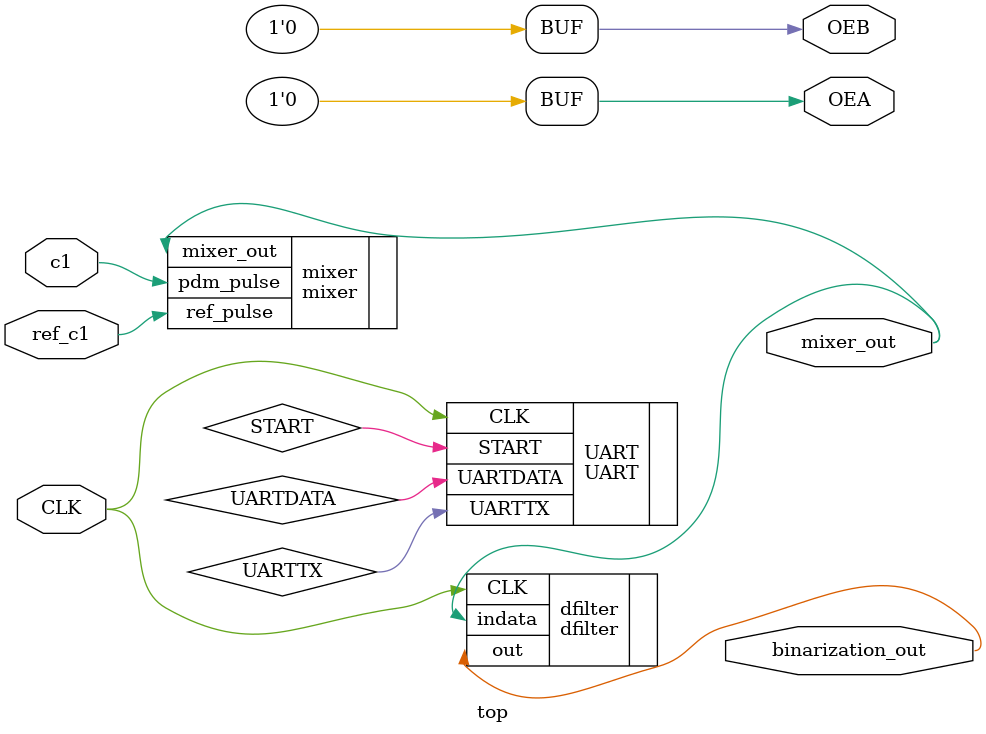
<source format=v>
`timescale 1ns / 1ps


module top(
        output OEA, 
        output OEB, 
        input CLK, 
        input c1, 
        input ref_c1, 
        output binarization_out, 
        output mixer_out
    );

    wire OEA = 0;
    wire OEB = 0;
    wire c1;
    wire ref_c1;
    //wire prescaler_pulse;
    wire binarization_out;
    wire out;
    
    UART UART(
        .UARTDATA(UARTDATA),
        .CLK(CLK),
        .START(START),
        .UARTTX(UARTTX)
    );




    mixer mixer(
        .ref_pulse(ref_c1),
        .pdm_pulse(c1),
        .mixer_out(mixer_out)
    );

    dfilter dfilter(
        .indata(mixer_out),
        .CLK(CLK),
        .out(binarization_out)
    );

    // prescaler prescaler(
    //     .CLK(CLK),
    //     .prescaler_pulse(prescaler_pulse)
    // );

endmodule

</source>
